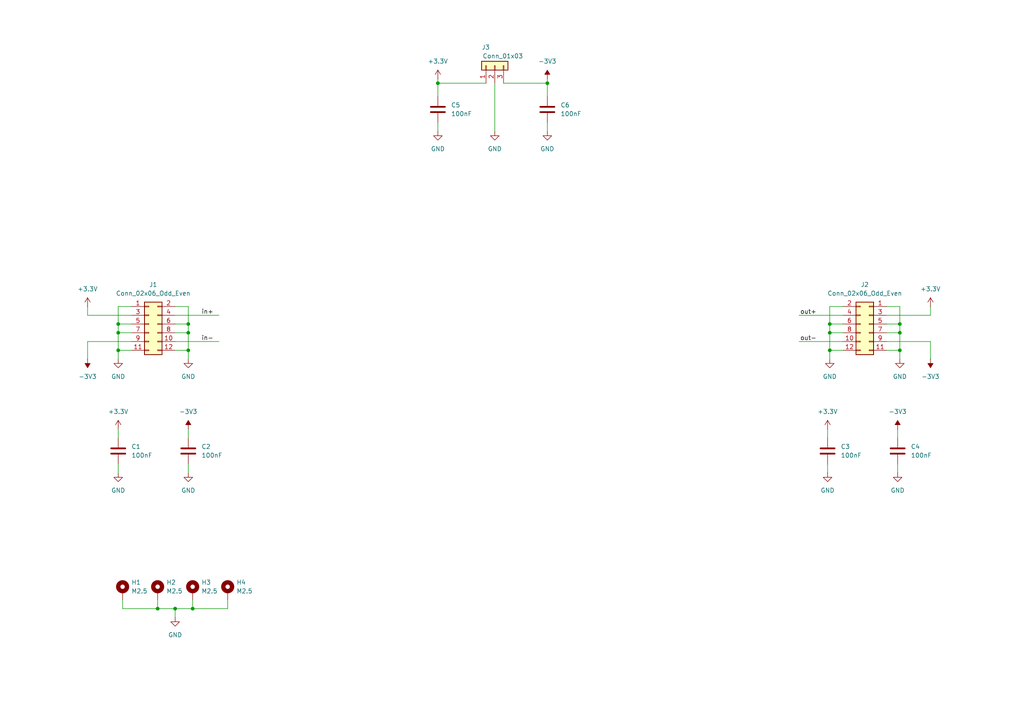
<source format=kicad_sch>
(kicad_sch (version 20250114) (generator "eeschema") (generator_version "9.0")
  (paper "A4")
  (lib_symbols
    (symbol "Connector_Generic:Conn_01x03" (pin_names (offset 1.016) (hide yes))
      (property "Reference" "J" (at 0 5.08 0))
      (property "Value" "Conn_01x03" (at 0 -5.08 0))
      (symbol "Conn_01x03_1_1"
        (rectangle (start -1.27 3.81) (end 1.27 -3.81) (stroke (width 0.254)) (fill (type background)))
        (rectangle (start -1.27 2.667) (end 0 2.413) (stroke (width 0.1524)))
        (rectangle (start -1.27 0.127) (end 0 -0.127) (stroke (width 0.1524)))
        (rectangle (start -1.27 -2.413) (end 0 -2.667) (stroke (width 0.1524)))
        (pin passive line (at -5.08 2.54 0) (length 3.81) (name "Pin_1") (number "1"))
        (pin passive line (at -5.08 0 0) (length 3.81) (name "Pin_2") (number "2"))
        (pin passive line (at -5.08 -2.54 0) (length 3.81) (name "Pin_3") (number "3"))
      )
    )
    (symbol "Connector_Generic:Conn_02x06_Odd_Even" (pin_names (offset 1.016) (hide yes))
      (property "Reference" "J" (at 1.27 7.62 0))
      (property "Value" "Conn_02x06_Odd_Even" (at 1.27 -10.16 0))
      (symbol "Conn_02x06_Odd_Even_1_1"
        (rectangle (start -1.27 6.35) (end 3.81 -8.89) (stroke (width 0.254)) (fill (type background)))
        (rectangle (start -1.27 5.207) (end 0 4.953) (stroke (width 0.1524)))
        (rectangle (start -1.27 2.667) (end 0 2.413) (stroke (width 0.1524)))
        (rectangle (start -1.27 0.127) (end 0 -0.127) (stroke (width 0.1524)))
        (rectangle (start -1.27 -2.413) (end 0 -2.667) (stroke (width 0.1524)))
        (rectangle (start -1.27 -4.953) (end 0 -5.207) (stroke (width 0.1524)))
        (rectangle (start -1.27 -7.493) (end 0 -7.747) (stroke (width 0.1524)))
        (rectangle (start 3.81 5.207) (end 2.54 4.953) (stroke (width 0.1524)))
        (rectangle (start 3.81 2.667) (end 2.54 2.413) (stroke (width 0.1524)))
        (rectangle (start 3.81 0.127) (end 2.54 -0.127) (stroke (width 0.1524)))
        (rectangle (start 3.81 -2.413) (end 2.54 -2.667) (stroke (width 0.1524)))
        (rectangle (start 3.81 -4.953) (end 2.54 -5.207) (stroke (width 0.1524)))
        (rectangle (start 3.81 -7.493) (end 2.54 -7.747) (stroke (width 0.1524)))
        (pin passive line (at -5.08 5.08 0) (length 3.81) (name "Pin_1") (number "1"))
        (pin passive line (at -5.08 2.54 0) (length 3.81) (name "Pin_3") (number "3"))
        (pin passive line (at -5.08 0 0) (length 3.81) (name "Pin_5") (number "5"))
        (pin passive line (at -5.08 -2.54 0) (length 3.81) (name "Pin_7") (number "7"))
        (pin passive line (at -5.08 -5.08 0) (length 3.81) (name "Pin_9") (number "9"))
        (pin passive line (at -5.08 -7.62 0) (length 3.81) (name "Pin_11") (number "11"))
        (pin passive line (at 7.62 5.08 180) (length 3.81) (name "Pin_2") (number "2"))
        (pin passive line (at 7.62 2.54 180) (length 3.81) (name "Pin_4") (number "4"))
        (pin passive line (at 7.62 0 180) (length 3.81) (name "Pin_6") (number "6"))
        (pin passive line (at 7.62 -2.54 180) (length 3.81) (name "Pin_8") (number "8"))
        (pin passive line (at 7.62 -5.08 180) (length 3.81) (name "Pin_10") (number "10"))
        (pin passive line (at 7.62 -7.62 180) (length 3.81) (name "Pin_12") (number "12"))
      )
    )
    (symbol "Device:C" (pin_numbers (hide yes)) (pin_names (offset 0.254))
      (property "Reference" "C" (at 0.635 2.54 0))
      (property "Value" "C" (at 0.635 -2.54 0))
      (symbol "C_0_1"
        (polyline (pts (xy -2.032 0.762) (xy 2.032 0.762)) (stroke (width 0.508)))
        (polyline (pts (xy -2.032 -0.762) (xy 2.032 -0.762)) (stroke (width 0.508)))
      )
      (symbol "C_1_1"
        (pin passive line (at 0 3.81 270) (length 2.794) (name "~") (number "1"))
        (pin passive line (at 0 -3.81 90) (length 2.794) (name "~") (number "2"))
      )
    )
    (symbol "Mechanical:MountingHole_Pad" (pin_numbers (hide yes)) (pin_names (offset 1.016) (hide yes)) (in_bom no)
      (property "Reference" "H" (at 0 6.35 0))
      (property "Value" "MountingHole_Pad" (at 0 4.445 0))
      (symbol "MountingHole_Pad_0_1"
        (circle (center 0 1.27) (radius 1.27) (stroke (width 1.27)))
      )
      (symbol "MountingHole_Pad_1_1"
        (pin input line (at 0 -2.54 90) (length 2.54) (name "1") (number "1"))
      )
    )
    (symbol "power:+3.3V" (power) (pin_numbers (hide yes)) (pin_names (offset 0) (hide yes))
      (property "Value" "+3.3V" (at 0 3.556 0))
      (symbol "+3.3V_0_1"
        (polyline (pts (xy -0.762 1.27) (xy 0 2.54)))
        (polyline (pts (xy 0 2.54) (xy 0.762 1.27)))
        (polyline (pts (xy 0 0) (xy 0 2.54)))
      )
      (symbol "+3.3V_1_1"
        (pin power_in line (at 0 0 90) (length 0) (name "~") (number "1"))
      )
    )
    (symbol "power:-3V3" (power) (pin_numbers (hide yes)) (pin_names (offset 0) (hide yes))
      (property "Value" "-3V3" (at 0 3.556 0))
      (symbol "-3V3_0_0"
        (pin power_in line (at 0 0 90) (length 0) (name "~") (number "1"))
      )
      (symbol "-3V3_0_1"
        (polyline (pts (xy 0 0) (xy 0 1.27) (xy 0.762 1.27) (xy 0 2.54) (xy -0.762 1.27) (xy 0 1.27)) (fill (type outline)))
      )
    )
    (symbol "power:GND" (power) (pin_numbers (hide yes)) (pin_names (offset 0) (hide yes))
      (property "Value" "GND" (at 0 -3.81 0))
      (symbol "GND_0_1"
        (polyline (pts (xy 0 0) (xy 0 -1.27) (xy 1.27 -1.27) (xy 0 -2.54) (xy -1.27 -1.27) (xy 0 -1.27)))
      )
      (symbol "GND_1_1"
        (pin power_in line (at 0 0 270) (length 0) (name "~") (number "1"))
      )
    )
  )
  (junction (at 54.61 96.52))
  (junction (at 54.61 93.98))
  (junction (at 34.29 96.52))
  (junction (at 240.665 101.6))
  (junction (at 158.75 24.13))
  (junction (at 45.72 176.53))
  (junction (at 55.88 176.53))
  (junction (at 127 24.13))
  (junction (at 34.29 93.98))
  (junction (at 260.985 96.52))
  (junction (at 240.665 96.52))
  (junction (at 240.665 93.98))
  (junction (at 260.985 101.6))
  (junction (at 260.985 93.98))
  (junction (at 34.29 101.6))
  (junction (at 54.61 101.6))
  (junction (at 50.8 176.53))
  (wire (pts (xy 54.61 104.14) (xy 54.61 101.6)))
  (wire (pts (xy 127 24.13) (xy 127 27.94)))
  (wire (pts (xy 240.03 134.62) (xy 240.03 137.16)))
  (wire (pts (xy 158.75 35.56) (xy 158.75 38.1)))
  (wire (pts (xy 38.1 99.06) (xy 25.4 99.06)))
  (wire (pts (xy 260.35 134.62) (xy 260.35 137.16)))
  (wire (pts (xy 244.475 99.06) (xy 231.775 99.06)))
  (wire (pts (xy 45.72 173.99) (xy 45.72 176.53)))
  (wire (pts (xy 35.56 173.99) (xy 35.56 176.53)))
  (wire (pts (xy 34.29 88.9) (xy 38.1 88.9)))
  (wire (pts (xy 34.29 124.46) (xy 34.29 127)))
  (wire (pts (xy 240.03 124.46) (xy 240.03 127)))
  (wire (pts (xy 54.61 124.46) (xy 54.61 127)))
  (wire (pts (xy 143.51 24.13) (xy 143.51 38.1)))
  (wire (pts (xy 34.29 96.52) (xy 34.29 93.98)))
  (wire (pts (xy 244.475 101.6) (xy 240.665 101.6)))
  (wire (pts (xy 240.665 93.98) (xy 240.665 88.9)))
  (wire (pts (xy 25.4 88.9) (xy 25.4 91.44)))
  (wire (pts (xy 34.29 104.14) (xy 34.29 101.6)))
  (wire (pts (xy 158.75 24.13) (xy 158.75 27.94)))
  (wire (pts (xy 50.8 176.53) (xy 50.8 179.07)))
  (wire (pts (xy 55.88 173.99) (xy 55.88 176.53)))
  (wire (pts (xy 34.29 93.98) (xy 38.1 93.98)))
  (wire (pts (xy 244.475 88.9) (xy 240.665 88.9)))
  (wire (pts (xy 50.8 101.6) (xy 54.61 101.6)))
  (wire (pts (xy 240.665 96.52) (xy 240.665 93.98)))
  (wire (pts (xy 240.665 101.6) (xy 240.665 96.52)))
  (wire (pts (xy 50.8 93.98) (xy 54.61 93.98)))
  (wire (pts (xy 66.04 173.99) (xy 66.04 176.53)))
  (wire (pts (xy 260.985 88.9) (xy 257.175 88.9)))
  (wire (pts (xy 38.1 91.44) (xy 25.4 91.44)))
  (wire (pts (xy 260.35 124.46) (xy 260.35 127)))
  (wire (pts (xy 260.985 101.6) (xy 257.175 101.6)))
  (wire (pts (xy 257.175 91.44) (xy 269.875 91.44)))
  (wire (pts (xy 146.05 24.13) (xy 158.75 24.13)))
  (wire (pts (xy 34.29 96.52) (xy 38.1 96.52)))
  (wire (pts (xy 127 22.86) (xy 127 24.13)))
  (wire (pts (xy 50.8 88.9) (xy 54.61 88.9)))
  (wire (pts (xy 260.985 101.6) (xy 260.985 96.52)))
  (wire (pts (xy 34.29 101.6) (xy 38.1 101.6)))
  (wire (pts (xy 54.61 96.52) (xy 54.61 93.98)))
  (wire (pts (xy 54.61 101.6) (xy 54.61 96.52)))
  (wire (pts (xy 54.61 93.98) (xy 54.61 88.9)))
  (wire (pts (xy 127 35.56) (xy 127 38.1)))
  (wire (pts (xy 244.475 91.44) (xy 231.775 91.44)))
  (wire (pts (xy 244.475 96.52) (xy 240.665 96.52)))
  (wire (pts (xy 45.72 176.53) (xy 50.8 176.53)))
  (wire (pts (xy 50.8 96.52) (xy 54.61 96.52)))
  (wire (pts (xy 34.29 93.98) (xy 34.29 88.9)))
  (wire (pts (xy 54.61 134.62) (xy 54.61 137.16)))
  (wire (pts (xy 34.29 101.6) (xy 34.29 96.52)))
  (wire (pts (xy 269.875 88.9) (xy 269.875 91.44)))
  (wire (pts (xy 240.665 104.14) (xy 240.665 101.6)))
  (wire (pts (xy 257.175 99.06) (xy 269.875 99.06)))
  (wire (pts (xy 25.4 99.06) (xy 25.4 104.14)))
  (wire (pts (xy 34.29 134.62) (xy 34.29 137.16)))
  (wire (pts (xy 50.8 176.53) (xy 55.88 176.53)))
  (wire (pts (xy 260.985 93.98) (xy 260.985 88.9)))
  (wire (pts (xy 50.8 99.06) (xy 63.5 99.06)))
  (wire (pts (xy 158.75 24.13) (xy 158.75 22.86)))
  (wire (pts (xy 35.56 176.53) (xy 45.72 176.53)))
  (wire (pts (xy 50.8 91.44) (xy 63.5 91.44)))
  (wire (pts (xy 127 24.13) (xy 140.97 24.13)))
  (wire (pts (xy 269.875 99.06) (xy 269.875 104.14)))
  (wire (pts (xy 260.985 93.98) (xy 257.175 93.98)))
  (wire (pts (xy 55.88 176.53) (xy 66.04 176.53)))
  (wire (pts (xy 260.985 104.14) (xy 260.985 101.6)))
  (wire (pts (xy 260.985 96.52) (xy 260.985 93.98)))
  (wire (pts (xy 244.475 93.98) (xy 240.665 93.98)))
  (wire (pts (xy 260.985 96.52) (xy 257.175 96.52)))
  (label "out+" (at 236.855 91.44 180))
  (label "out-" (at 236.855 99.06 180))
  (label "in-" (at 58.42 99.06 0))
  (label "in+" (at 58.42 91.44 0))
  (symbol (lib_id "Device:C") (at 260.35 130.81 0) (unit 1)
    (property "Reference" "C4" (at 264.16 129.5399 0) (effects (justify left)))
    (property "Value" "100nF" (at 264.16 132.0799 0) (effects (justify left)))
    (property "Footprint" "Capacitor_SMD:C_0603_1608Metric_Pad1.08x0.95mm_HandSolder" (effects (hide yes)))
    (property "Description" "Unpolarized capacitor" (effects (hide yes)))
  )
  (symbol (lib_id "power:+3.3V") (at 269.875 88.9 0) (mirror y) (unit 1)
    (property "Reference" "#PWR014" (effects (hide yes)))
    (property "Value" "+3.3V" (at 269.875 83.82 0))
    (property "Description" "Power symbol creates a global label with name \"+3.3V\"" (effects (hide yes)))
  )
  (symbol (lib_id "Mechanical:MountingHole_Pad") (at 55.88 171.45 0) (unit 1) (in_bom no)
    (property "Reference" "H3" (at 58.42 168.9099 0) (effects (justify left)))
    (property "Value" "M2.5" (at 58.42 171.4499 0) (effects (justify left)))
    (property "Footprint" "MountingHole:MountingHole_2.7mm_M2.5_ISO14580_Pad" (effects (hide yes)))
    (property "Description" "Mounting Hole with connection" (effects (hide yes)))
  )
  (symbol (lib_id "power:+3.3V") (at 34.29 124.46 0) (unit 1)
    (property "Reference" "#PWR018" (effects (hide yes)))
    (property "Value" "+3.3V" (at 34.29 119.38 0))
    (property "Description" "Power symbol creates a global label with name \"+3.3V\"" (effects (hide yes)))
  )
  (symbol (lib_id "Mechanical:MountingHole_Pad") (at 45.72 171.45 0) (unit 1) (in_bom no)
    (property "Reference" "H2" (at 48.26 168.9099 0) (effects (justify left)))
    (property "Value" "M2.5" (at 48.26 171.4499 0) (effects (justify left)))
    (property "Footprint" "MountingHole:MountingHole_2.7mm_M2.5_ISO14580_Pad" (effects (hide yes)))
    (property "Description" "Mounting Hole with connection" (effects (hide yes)))
  )
  (symbol (lib_id "power:-3V3") (at 25.4 104.14 180) (unit 1)
    (property "Reference" "#PWR011" (effects (hide yes)))
    (property "Value" "-3V3" (at 25.4 109.22 0))
    (property "Description" "Power symbol creates a global label with name \"-3V3\"" (effects (hide yes)))
  )
  (symbol (lib_id "Device:C") (at 158.75 31.75 0) (unit 1)
    (property "Reference" "C6" (at 162.56 30.4799 0) (effects (justify left)))
    (property "Value" "100nF" (at 162.56 33.0199 0) (effects (justify left)))
    (property "Footprint" "Capacitor_SMD:C_0603_1608Metric_Pad1.08x0.95mm_HandSolder" (effects (hide yes)))
    (property "Description" "Unpolarized capacitor" (effects (hide yes)))
  )
  (symbol (lib_id "power:GND") (at 260.35 137.16 0) (unit 1)
    (property "Reference" "#PWR010" (effects (hide yes)))
    (property "Value" "GND" (at 260.35 142.24 0))
    (property "Description" "Power symbol creates a global label with name \"GND\" , ground" (effects (hide yes)))
  )
  (symbol (lib_id "power:GND") (at 34.29 137.16 0) (unit 1)
    (property "Reference" "#PWR019" (effects (hide yes)))
    (property "Value" "GND" (at 34.29 142.24 0))
    (property "Description" "Power symbol creates a global label with name \"GND\" , ground" (effects (hide yes)))
  )
  (symbol (lib_id "power:-3V3") (at 54.61 124.46 0) (unit 1)
    (property "Reference" "#PWR020" (effects (hide yes)))
    (property "Value" "-3V3" (at 54.61 119.38 0))
    (property "Description" "Power symbol creates a global label with name \"-3V3\"" (effects (hide yes)))
  )
  (symbol (lib_id "Device:C") (at 127 31.75 0) (unit 1)
    (property "Reference" "C5" (at 130.81 30.4799 0) (effects (justify left)))
    (property "Value" "100nF" (at 130.81 33.0199 0) (effects (justify left)))
    (property "Footprint" "Capacitor_SMD:C_0603_1608Metric_Pad1.08x0.95mm_HandSolder" (effects (hide yes)))
    (property "Description" "Unpolarized capacitor" (effects (hide yes)))
  )
  (symbol (lib_id "power:+3.3V") (at 25.4 88.9 0) (unit 1)
    (property "Reference" "#PWR08" (effects (hide yes)))
    (property "Value" "+3.3V" (at 25.4 83.82 0))
    (property "Description" "Power symbol creates a global label with name \"+3.3V\"" (effects (hide yes)))
  )
  (symbol (lib_id "power:GND") (at 127 38.1 0) (unit 1)
    (property "Reference" "#PWR01" (effects (hide yes)))
    (property "Value" "GND" (at 127 43.18 0))
    (property "Description" "Power symbol creates a global label with name \"GND\" , ground" (effects (hide yes)))
  )
  (symbol (lib_id "power:GND") (at 50.8 179.07 0) (unit 1)
    (property "Reference" "#PWR022" (effects (hide yes)))
    (property "Value" "GND" (at 50.8 184.15 0))
    (property "Description" "Power symbol creates a global label with name \"GND\" , ground" (effects (hide yes)))
  )
  (symbol (lib_id "power:GND") (at 158.75 38.1 0) (unit 1)
    (property "Reference" "#PWR02" (effects (hide yes)))
    (property "Value" "GND" (at 158.75 43.18 0))
    (property "Description" "Power symbol creates a global label with name \"GND\" , ground" (effects (hide yes)))
  )
  (symbol (lib_id "Device:C") (at 240.03 130.81 0) (unit 1)
    (property "Reference" "C3" (at 243.84 129.5399 0) (effects (justify left)))
    (property "Value" "100nF" (at 243.84 132.0799 0) (effects (justify left)))
    (property "Footprint" "Capacitor_SMD:C_0603_1608Metric_Pad1.08x0.95mm_HandSolder" (effects (hide yes)))
    (property "Description" "Unpolarized capacitor" (effects (hide yes)))
  )
  (symbol (lib_id "Mechanical:MountingHole_Pad") (at 66.04 171.45 0) (unit 1) (in_bom no)
    (property "Reference" "H4" (at 68.58 168.9099 0) (effects (justify left)))
    (property "Value" "M2.5" (at 68.58 171.4499 0) (effects (justify left)))
    (property "Footprint" "MountingHole:MountingHole_2.7mm_M2.5_ISO14580_Pad" (effects (hide yes)))
    (property "Description" "Mounting Hole with connection" (effects (hide yes)))
  )
  (symbol (lib_id "power:GND") (at 240.665 104.14 0) (mirror y) (unit 1)
    (property "Reference" "#PWR017" (effects (hide yes)))
    (property "Value" "GND" (at 240.665 109.22 0))
    (property "Description" "Power symbol creates a global label with name \"GND\" , ground" (effects (hide yes)))
  )
  (symbol (lib_id "Connector_Generic:Conn_01x03") (at 143.51 19.05 90) (unit 1)
    (property "Reference" "J3" (at 139.7 13.716 90) (effects (justify right)))
    (property "Value" "Conn_01x03" (at 139.954 16.256 90) (effects (justify right)))
    (property "Footprint" "Connector_PinHeader_2.54mm:PinHeader_1x03_P2.54mm_Vertical" (effects (hide yes)))
    (property "Description" "Generic connector, single row, 01x03, script generated (kicad-library-utils/schlib/autogen/connector/)" (effects (hide yes)))
  )
  (symbol (lib_id "Mechanical:MountingHole_Pad") (at 35.56 171.45 0) (unit 1) (in_bom no)
    (property "Reference" "H1" (at 38.1 168.9099 0) (effects (justify left)))
    (property "Value" "M2.5" (at 38.1 171.4499 0) (effects (justify left)))
    (property "Footprint" "MountingHole:MountingHole_2.7mm_M2.5_ISO14580_Pad" (effects (hide yes)))
    (property "Description" "Mounting Hole with connection" (effects (hide yes)))
  )
  (symbol (lib_id "power:-3V3") (at 260.35 124.46 0) (unit 1)
    (property "Reference" "#PWR09" (effects (hide yes)))
    (property "Value" "-3V3" (at 260.35 119.38 0))
    (property "Description" "Power symbol creates a global label with name \"-3V3\"" (effects (hide yes)))
  )
  (symbol (lib_id "Connector_Generic:Conn_02x06_Odd_Even") (at 252.095 93.98 0) (mirror y) (unit 1)
    (property "Reference" "J2" (at 250.825 82.55 0))
    (property "Value" "Conn_02x06_Odd_Even" (at 250.825 85.09 0))
    (property "Footprint" "Connector_PinHeader_2.54mm:IDC12_edge" (effects (hide yes)))
    (property "Description" "Generic connector, double row, 02x06, odd/even pin numbering scheme (row 1 odd numbers, row 2 even numbers), script generated (kicad-library-utils/schlib/autogen/connector/)" (effects (hide yes)))
  )
  (symbol (lib_id "power:+3.3V") (at 127 22.86 0) (unit 1)
    (property "Reference" "#PWR04" (effects (hide yes)))
    (property "Value" "+3.3V" (at 127 17.78 0))
    (property "Description" "Power symbol creates a global label with name \"+3.3V\"" (effects (hide yes)))
  )
  (symbol (lib_id "power:+3.3V") (at 240.03 124.46 0) (unit 1)
    (property "Reference" "#PWR06" (effects (hide yes)))
    (property "Value" "+3.3V" (at 240.03 119.38 0))
    (property "Description" "Power symbol creates a global label with name \"+3.3V\"" (effects (hide yes)))
  )
  (symbol (lib_id "power:GND") (at 34.29 104.14 0) (unit 1)
    (property "Reference" "#PWR012" (effects (hide yes)))
    (property "Value" "GND" (at 34.29 109.22 0))
    (property "Description" "Power symbol creates a global label with name \"GND\" , ground" (effects (hide yes)))
  )
  (symbol (lib_id "power:GND") (at 54.61 104.14 0) (unit 1)
    (property "Reference" "#PWR013" (effects (hide yes)))
    (property "Value" "GND" (at 54.61 109.22 0))
    (property "Description" "Power symbol creates a global label with name \"GND\" , ground" (effects (hide yes)))
  )
  (symbol (lib_id "power:-3V3") (at 158.75 22.86 0) (unit 1)
    (property "Reference" "#PWR05" (effects (hide yes)))
    (property "Value" "-3V3" (at 158.75 17.78 0))
    (property "Description" "Power symbol creates a global label with name \"-3V3\"" (effects (hide yes)))
  )
  (symbol (lib_id "power:GND") (at 240.03 137.16 0) (unit 1)
    (property "Reference" "#PWR07" (effects (hide yes)))
    (property "Value" "GND" (at 240.03 142.24 0))
    (property "Description" "Power symbol creates a global label with name \"GND\" , ground" (effects (hide yes)))
  )
  (symbol (lib_id "Device:C") (at 54.61 130.81 0) (unit 1)
    (property "Reference" "C2" (at 58.42 129.5399 0) (effects (justify left)))
    (property "Value" "100nF" (at 58.42 132.0799 0) (effects (justify left)))
    (property "Footprint" "Capacitor_SMD:C_0603_1608Metric_Pad1.08x0.95mm_HandSolder" (effects (hide yes)))
    (property "Description" "Unpolarized capacitor" (effects (hide yes)))
  )
  (symbol (lib_id "power:GND") (at 54.61 137.16 0) (unit 1)
    (property "Reference" "#PWR021" (effects (hide yes)))
    (property "Value" "GND" (at 54.61 142.24 0))
    (property "Description" "Power symbol creates a global label with name \"GND\" , ground" (effects (hide yes)))
  )
  (symbol (lib_id "power:-3V3") (at 269.875 104.14 0) (mirror x) (unit 1)
    (property "Reference" "#PWR015" (effects (hide yes)))
    (property "Value" "-3V3" (at 269.875 109.22 0))
    (property "Description" "Power symbol creates a global label with name \"-3V3\"" (effects (hide yes)))
  )
  (symbol (lib_id "Connector_Generic:Conn_02x06_Odd_Even") (at 43.18 93.98 0) (unit 1)
    (property "Reference" "J1" (at 44.45 82.55 0))
    (property "Value" "Conn_02x06_Odd_Even" (at 44.45 85.09 0))
    (property "Footprint" "Connector_PinHeader_2.54mm:IDC12_edge" (effects (hide yes)))
    (property "Description" "Generic connector, double row, 02x06, odd/even pin numbering scheme (row 1 odd numbers, row 2 even numbers), script generated (kicad-library-utils/schlib/autogen/connector/)" (effects (hide yes)))
  )
  (symbol (lib_id "Device:C") (at 34.29 130.81 0) (unit 1)
    (property "Reference" "C1" (at 38.1 129.5399 0) (effects (justify left)))
    (property "Value" "100nF" (at 38.1 132.0799 0) (effects (justify left)))
    (property "Footprint" "Capacitor_SMD:C_0603_1608Metric_Pad1.08x0.95mm_HandSolder" (effects (hide yes)))
    (property "Description" "Unpolarized capacitor" (effects (hide yes)))
  )
  (symbol (lib_id "power:GND") (at 143.51 38.1 0) (unit 1)
    (property "Reference" "#PWR03" (effects (hide yes)))
    (property "Value" "GND" (at 143.51 43.18 0))
    (property "Description" "Power symbol creates a global label with name \"GND\" , ground" (effects (hide yes)))
  )
  (symbol (lib_id "power:GND") (at 260.985 104.14 0) (mirror y) (unit 1)
    (property "Reference" "#PWR016" (effects (hide yes)))
    (property "Value" "GND" (at 260.985 109.22 0))
    (property "Description" "Power symbol creates a global label with name \"GND\" , ground" (effects (hide yes)))
  )
)
</source>
